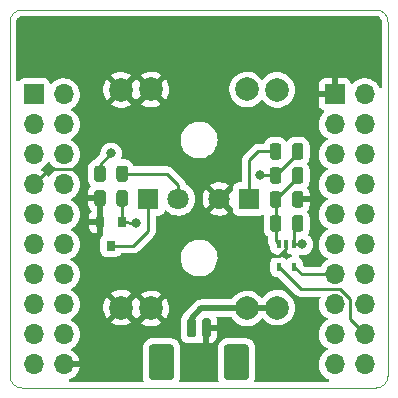
<source format=gbr>
%TF.GenerationSoftware,KiCad,Pcbnew,(5.99.0-3309-g5424d6fa0)*%
%TF.CreationDate,2020-10-07T16:53:37+02:00*%
%TF.ProjectId,ehz-adapter-v2,65687a2d-6164-4617-9074-65722d76322e,rev?*%
%TF.SameCoordinates,Original*%
%TF.FileFunction,Copper,L1,Top*%
%TF.FilePolarity,Positive*%
%FSLAX46Y46*%
G04 Gerber Fmt 4.6, Leading zero omitted, Abs format (unit mm)*
G04 Created by KiCad (PCBNEW (5.99.0-3309-g5424d6fa0)) date 2020-10-07 16:53:37*
%MOMM*%
%LPD*%
G01*
G04 APERTURE LIST*
%TA.AperFunction,Profile*%
%ADD10C,0.100000*%
%TD*%
%TA.AperFunction,ComponentPad*%
%ADD11C,2.000000*%
%TD*%
%TA.AperFunction,SMDPad,CuDef*%
%ADD12R,0.800000X0.900000*%
%TD*%
%TA.AperFunction,SMDPad,CuDef*%
%ADD13R,0.400000X0.650000*%
%TD*%
%TA.AperFunction,ComponentPad*%
%ADD14R,1.700000X1.700000*%
%TD*%
%TA.AperFunction,ComponentPad*%
%ADD15O,1.700000X1.700000*%
%TD*%
%TA.AperFunction,ComponentPad*%
%ADD16R,1.800000X1.800000*%
%TD*%
%TA.AperFunction,ComponentPad*%
%ADD17C,1.800000*%
%TD*%
%TA.AperFunction,ViaPad*%
%ADD18C,0.800000*%
%TD*%
%TA.AperFunction,Conductor*%
%ADD19C,0.250000*%
%TD*%
%TA.AperFunction,Conductor*%
%ADD20C,0.500000*%
%TD*%
G04 APERTURE END LIST*
D10*
X40000000Y-39000000D02*
G75*
G03*
X39000000Y-40000000I0J-1000000D01*
G01*
X40000000Y-39000000D02*
X70000000Y-39000000D01*
X71000000Y-40000000D02*
X71000000Y-70000000D01*
X39000000Y-70000000D02*
X39000000Y-40000000D01*
X71000000Y-40000000D02*
G75*
G03*
X70000000Y-39000000I-1000000J0D01*
G01*
X39000000Y-70000000D02*
G75*
G03*
X40000000Y-71000000I1000000J0D01*
G01*
X70000000Y-71000000D02*
X40000000Y-71000000D01*
X70000000Y-71000000D02*
G75*
G03*
X71000000Y-70000000I0J1000000D01*
G01*
D11*
X48396000Y-64194800D03*
X50936000Y-64271000D03*
X59064000Y-64271000D03*
X61604000Y-64194800D03*
X48396000Y-45754400D03*
X50936000Y-45729000D03*
X59064000Y-45729000D03*
X61604000Y-45754400D03*
D12*
X48502000Y-56952000D03*
X46602000Y-56952000D03*
X47552000Y-58952000D03*
%TA.AperFunction,SMDPad,CuDef*%
G36*
G01*
X53961000Y-66521000D02*
X53961000Y-65321000D01*
G75*
G02*
X54161000Y-65121000I200000J0D01*
G01*
X54561000Y-65121000D01*
G75*
G02*
X54761000Y-65321000I0J-200000D01*
G01*
X54761000Y-66521000D01*
G75*
G02*
X54561000Y-66721000I-200000J0D01*
G01*
X54161000Y-66721000D01*
G75*
G02*
X53961000Y-66521000I0J200000D01*
G01*
G37*
%TD.AperFunction*%
%TA.AperFunction,SMDPad,CuDef*%
G36*
G01*
X55211000Y-66521000D02*
X55211000Y-65321000D01*
G75*
G02*
X55411000Y-65121000I200000J0D01*
G01*
X55811000Y-65121000D01*
G75*
G02*
X56011000Y-65321000I0J-200000D01*
G01*
X56011000Y-66521000D01*
G75*
G02*
X55811000Y-66721000I-200000J0D01*
G01*
X55411000Y-66721000D01*
G75*
G02*
X55211000Y-66521000I0J200000D01*
G01*
G37*
%TD.AperFunction*%
%TA.AperFunction,SMDPad,CuDef*%
G36*
G01*
X57111000Y-70070999D02*
X57111000Y-67571001D01*
G75*
G02*
X57361001Y-67321000I250001J0D01*
G01*
X58960999Y-67321000D01*
G75*
G02*
X59211000Y-67571001I0J-250001D01*
G01*
X59211000Y-70070999D01*
G75*
G02*
X58960999Y-70321000I-250001J0D01*
G01*
X57361001Y-70321000D01*
G75*
G02*
X57111000Y-70070999I0J250001D01*
G01*
G37*
%TD.AperFunction*%
%TA.AperFunction,SMDPad,CuDef*%
G36*
G01*
X50761000Y-70070999D02*
X50761000Y-67571001D01*
G75*
G02*
X51011001Y-67321000I250001J0D01*
G01*
X52610999Y-67321000D01*
G75*
G02*
X52861000Y-67571001I0J-250001D01*
G01*
X52861000Y-70070999D01*
G75*
G02*
X52610999Y-70321000I-250001J0D01*
G01*
X51011001Y-70321000D01*
G75*
G02*
X50761000Y-70070999I0J250001D01*
G01*
G37*
%TD.AperFunction*%
D13*
X63050000Y-58850000D03*
X62400000Y-58850000D03*
X61750000Y-58850000D03*
X61750000Y-60750000D03*
X63050000Y-60750000D03*
%TA.AperFunction,SMDPad,CuDef*%
G36*
G01*
X46127000Y-53328250D02*
X46127000Y-52415750D01*
G75*
G02*
X46370750Y-52172000I243750J0D01*
G01*
X46858250Y-52172000D01*
G75*
G02*
X47102000Y-52415750I0J-243750D01*
G01*
X47102000Y-53328250D01*
G75*
G02*
X46858250Y-53572000I-243750J0D01*
G01*
X46370750Y-53572000D01*
G75*
G02*
X46127000Y-53328250I0J243750D01*
G01*
G37*
%TD.AperFunction*%
%TA.AperFunction,SMDPad,CuDef*%
G36*
G01*
X48002000Y-53328250D02*
X48002000Y-52415750D01*
G75*
G02*
X48245750Y-52172000I243750J0D01*
G01*
X48733250Y-52172000D01*
G75*
G02*
X48977000Y-52415750I0J-243750D01*
G01*
X48977000Y-53328250D01*
G75*
G02*
X48733250Y-53572000I-243750J0D01*
G01*
X48245750Y-53572000D01*
G75*
G02*
X48002000Y-53328250I0J243750D01*
G01*
G37*
%TD.AperFunction*%
%TA.AperFunction,SMDPad,CuDef*%
G36*
G01*
X60990000Y-53459250D02*
X60990000Y-52546750D01*
G75*
G02*
X61233750Y-52303000I243750J0D01*
G01*
X61721250Y-52303000D01*
G75*
G02*
X61965000Y-52546750I0J-243750D01*
G01*
X61965000Y-53459250D01*
G75*
G02*
X61721250Y-53703000I-243750J0D01*
G01*
X61233750Y-53703000D01*
G75*
G02*
X60990000Y-53459250I0J243750D01*
G01*
G37*
%TD.AperFunction*%
%TA.AperFunction,SMDPad,CuDef*%
G36*
G01*
X62865000Y-53459250D02*
X62865000Y-52546750D01*
G75*
G02*
X63108750Y-52303000I243750J0D01*
G01*
X63596250Y-52303000D01*
G75*
G02*
X63840000Y-52546750I0J-243750D01*
G01*
X63840000Y-53459250D01*
G75*
G02*
X63596250Y-53703000I-243750J0D01*
G01*
X63108750Y-53703000D01*
G75*
G02*
X62865000Y-53459250I0J243750D01*
G01*
G37*
%TD.AperFunction*%
%TA.AperFunction,SMDPad,CuDef*%
G36*
G01*
X63840000Y-50514750D02*
X63840000Y-51427250D01*
G75*
G02*
X63596250Y-51671000I-243750J0D01*
G01*
X63108750Y-51671000D01*
G75*
G02*
X62865000Y-51427250I0J243750D01*
G01*
X62865000Y-50514750D01*
G75*
G02*
X63108750Y-50271000I243750J0D01*
G01*
X63596250Y-50271000D01*
G75*
G02*
X63840000Y-50514750I0J-243750D01*
G01*
G37*
%TD.AperFunction*%
%TA.AperFunction,SMDPad,CuDef*%
G36*
G01*
X61965000Y-50514750D02*
X61965000Y-51427250D01*
G75*
G02*
X61721250Y-51671000I-243750J0D01*
G01*
X61233750Y-51671000D01*
G75*
G02*
X60990000Y-51427250I0J243750D01*
G01*
X60990000Y-50514750D01*
G75*
G02*
X61233750Y-50271000I243750J0D01*
G01*
X61721250Y-50271000D01*
G75*
G02*
X61965000Y-50514750I0J-243750D01*
G01*
G37*
%TD.AperFunction*%
D14*
X41000000Y-46140000D03*
D15*
X43540000Y-46140000D03*
X41000000Y-48680000D03*
X43540000Y-48680000D03*
X41000000Y-51220000D03*
X43540000Y-51220000D03*
X41000000Y-53760000D03*
X43540000Y-53760000D03*
X41000000Y-56300000D03*
X43540000Y-56300000D03*
X41000000Y-58840000D03*
X43540000Y-58840000D03*
X41000000Y-61380000D03*
X43540000Y-61380000D03*
X41000000Y-63920000D03*
X43540000Y-63920000D03*
X41000000Y-66460000D03*
X43540000Y-66460000D03*
X41000000Y-69000000D03*
X43540000Y-69000000D03*
%TA.AperFunction,SMDPad,CuDef*%
G36*
G01*
X60990000Y-55491250D02*
X60990000Y-54578750D01*
G75*
G02*
X61233750Y-54335000I243750J0D01*
G01*
X61721250Y-54335000D01*
G75*
G02*
X61965000Y-54578750I0J-243750D01*
G01*
X61965000Y-55491250D01*
G75*
G02*
X61721250Y-55735000I-243750J0D01*
G01*
X61233750Y-55735000D01*
G75*
G02*
X60990000Y-55491250I0J243750D01*
G01*
G37*
%TD.AperFunction*%
%TA.AperFunction,SMDPad,CuDef*%
G36*
G01*
X62865000Y-55491250D02*
X62865000Y-54578750D01*
G75*
G02*
X63108750Y-54335000I243750J0D01*
G01*
X63596250Y-54335000D01*
G75*
G02*
X63840000Y-54578750I0J-243750D01*
G01*
X63840000Y-55491250D01*
G75*
G02*
X63596250Y-55735000I-243750J0D01*
G01*
X63108750Y-55735000D01*
G75*
G02*
X62865000Y-55491250I0J243750D01*
G01*
G37*
%TD.AperFunction*%
%TA.AperFunction,SMDPad,CuDef*%
G36*
G01*
X63840000Y-56610750D02*
X63840000Y-57523250D01*
G75*
G02*
X63596250Y-57767000I-243750J0D01*
G01*
X63108750Y-57767000D01*
G75*
G02*
X62865000Y-57523250I0J243750D01*
G01*
X62865000Y-56610750D01*
G75*
G02*
X63108750Y-56367000I243750J0D01*
G01*
X63596250Y-56367000D01*
G75*
G02*
X63840000Y-56610750I0J-243750D01*
G01*
G37*
%TD.AperFunction*%
%TA.AperFunction,SMDPad,CuDef*%
G36*
G01*
X61965000Y-56610750D02*
X61965000Y-57523250D01*
G75*
G02*
X61721250Y-57767000I-243750J0D01*
G01*
X61233750Y-57767000D01*
G75*
G02*
X60990000Y-57523250I0J243750D01*
G01*
X60990000Y-56610750D01*
G75*
G02*
X61233750Y-56367000I243750J0D01*
G01*
X61721250Y-56367000D01*
G75*
G02*
X61965000Y-56610750I0J-243750D01*
G01*
G37*
%TD.AperFunction*%
D14*
X66500000Y-46140000D03*
D15*
X69040000Y-46140000D03*
X66500000Y-48680000D03*
X69040000Y-48680000D03*
X66500000Y-51220000D03*
X69040000Y-51220000D03*
X66500000Y-53760000D03*
X69040000Y-53760000D03*
X66500000Y-56300000D03*
X69040000Y-56300000D03*
X66500000Y-58840000D03*
X69040000Y-58840000D03*
X66500000Y-61380000D03*
X69040000Y-61380000D03*
X66500000Y-63920000D03*
X69040000Y-63920000D03*
X66500000Y-66460000D03*
X69040000Y-66460000D03*
X66500000Y-69000000D03*
X69040000Y-69000000D03*
%TA.AperFunction,SMDPad,CuDef*%
G36*
G01*
X48977000Y-54495750D02*
X48977000Y-55408250D01*
G75*
G02*
X48733250Y-55652000I-243750J0D01*
G01*
X48245750Y-55652000D01*
G75*
G02*
X48002000Y-55408250I0J243750D01*
G01*
X48002000Y-54495750D01*
G75*
G02*
X48245750Y-54252000I243750J0D01*
G01*
X48733250Y-54252000D01*
G75*
G02*
X48977000Y-54495750I0J-243750D01*
G01*
G37*
%TD.AperFunction*%
%TA.AperFunction,SMDPad,CuDef*%
G36*
G01*
X47102000Y-54495750D02*
X47102000Y-55408250D01*
G75*
G02*
X46858250Y-55652000I-243750J0D01*
G01*
X46370750Y-55652000D01*
G75*
G02*
X46127000Y-55408250I0J243750D01*
G01*
X46127000Y-54495750D01*
G75*
G02*
X46370750Y-54252000I243750J0D01*
G01*
X46858250Y-54252000D01*
G75*
G02*
X47102000Y-54495750I0J-243750D01*
G01*
G37*
%TD.AperFunction*%
D16*
X59265000Y-55000000D03*
D17*
X56725000Y-55000000D03*
D16*
X50700000Y-55000000D03*
D17*
X53240000Y-55000000D03*
D18*
X60600000Y-59800000D03*
X57000000Y-66200000D03*
X57000000Y-65400000D03*
X63750000Y-58850000D03*
X60150000Y-53000000D03*
X47550000Y-51150000D03*
X49650000Y-57000000D03*
D19*
X48489500Y-52872000D02*
X52272000Y-52872000D01*
X53240000Y-53840000D02*
X53240000Y-55000000D01*
X52272000Y-52872000D02*
X53240000Y-53840000D01*
X50700000Y-57700000D02*
X49448000Y-58952000D01*
X47584000Y-58984000D02*
X47552000Y-58952000D01*
X49448000Y-58952000D02*
X47552000Y-58952000D01*
X50700000Y-55000000D02*
X50700000Y-57700000D01*
X62400000Y-59200000D02*
X61800000Y-59800000D01*
X62400000Y-58850000D02*
X62400000Y-59200000D01*
X41000000Y-53760000D02*
X42260000Y-52500000D01*
X42260000Y-52500000D02*
X45250000Y-52500000D01*
X61800000Y-59800000D02*
X60600000Y-59800000D01*
X63050000Y-58850000D02*
X63750000Y-58850000D01*
X63050000Y-57369500D02*
X63352500Y-57067000D01*
X59265000Y-55000000D02*
X59265000Y-51735000D01*
X63050000Y-58850000D02*
X63050000Y-57369500D01*
X60029000Y-50971000D02*
X61477500Y-50971000D01*
X59265000Y-51735000D02*
X60029000Y-50971000D01*
X61477500Y-53003000D02*
X60153000Y-53003000D01*
X60153000Y-53003000D02*
X60150000Y-53000000D01*
X61477500Y-53003000D02*
X63352500Y-51128000D01*
X47550000Y-51150000D02*
X46614500Y-52085500D01*
X66500000Y-61380000D02*
X63680000Y-61380000D01*
X63680000Y-61380000D02*
X63050000Y-60750000D01*
X46614500Y-52085500D02*
X46614500Y-52872000D01*
X46663000Y-52823500D02*
X46614500Y-52872000D01*
X61477500Y-57067000D02*
X61477500Y-55035000D01*
X63352500Y-53160000D02*
X63352500Y-53003000D01*
X61750000Y-58850000D02*
X61477500Y-58577500D01*
X61477500Y-55035000D02*
X63352500Y-53160000D01*
X61477500Y-58577500D02*
X61477500Y-57067000D01*
X49650000Y-57000000D02*
X48487360Y-56966640D01*
X48487360Y-56966640D02*
X48502000Y-56952000D01*
X48489500Y-56939500D02*
X48502000Y-56952000D01*
X48489500Y-54952000D02*
X48489500Y-56939500D01*
X67750000Y-65170000D02*
X67750000Y-63430998D01*
X66969002Y-62650000D02*
X63650000Y-62650000D01*
X67750000Y-63430998D02*
X66969002Y-62650000D01*
X69040000Y-66460000D02*
X67750000Y-65170000D01*
X63650000Y-62650000D02*
X61750000Y-60750000D01*
D20*
X59064000Y-64271000D02*
X61527800Y-64271000D01*
X54361000Y-65116000D02*
X55206000Y-64271000D01*
X55206000Y-64271000D02*
X59064000Y-64271000D01*
X54361000Y-65921000D02*
X54361000Y-65116000D01*
X61527800Y-64271000D02*
X61604000Y-64194800D01*
%TA.AperFunction,Conductor*%
G36*
X70098305Y-39521102D02*
G01*
X70192593Y-39550650D01*
X70279014Y-39598554D01*
X70354036Y-39662855D01*
X70414596Y-39740930D01*
X70458222Y-39829588D01*
X70477005Y-39901695D01*
X70484708Y-39931268D01*
X70491500Y-40019532D01*
X70491500Y-45469032D01*
X70471498Y-45537153D01*
X70417842Y-45583646D01*
X70347568Y-45593750D01*
X70282988Y-45564256D01*
X70250618Y-45520782D01*
X70230952Y-45477125D01*
X70102240Y-45285942D01*
X70102238Y-45285939D01*
X69943151Y-45119173D01*
X69758241Y-44981596D01*
X69552794Y-44877141D01*
X69332684Y-44808796D01*
X69104206Y-44778513D01*
X69104203Y-44778513D01*
X68989049Y-44782836D01*
X68873892Y-44787160D01*
X68648328Y-44834488D01*
X68648326Y-44834489D01*
X68648325Y-44834489D01*
X68433963Y-44919144D01*
X68236925Y-45038709D01*
X68144201Y-45119172D01*
X68062851Y-45189764D01*
X68052849Y-45201962D01*
X67994191Y-45241956D01*
X67923221Y-45243888D01*
X67862472Y-45207144D01*
X67832296Y-45148855D01*
X67816642Y-45076894D01*
X67737699Y-44954055D01*
X67627349Y-44858437D01*
X67494526Y-44797780D01*
X67350003Y-44777000D01*
X66754000Y-44777000D01*
X66754000Y-46394000D01*
X65137000Y-46394000D01*
X65137000Y-46990002D01*
X65183358Y-47203105D01*
X65262301Y-47325945D01*
X65372651Y-47421563D01*
X65521950Y-47489745D01*
X65520389Y-47493164D01*
X65556853Y-47509818D01*
X65595234Y-47569546D01*
X65595231Y-47640543D01*
X65556918Y-47700202D01*
X65522851Y-47729764D01*
X65376716Y-47907988D01*
X65262699Y-48108287D01*
X65223380Y-48216610D01*
X65184060Y-48324933D01*
X65143048Y-48551731D01*
X65141467Y-48716544D01*
X65140837Y-48782196D01*
X65162827Y-48918722D01*
X65177487Y-49009742D01*
X65247209Y-49213962D01*
X65251952Y-49227855D01*
X65362102Y-49430305D01*
X65504789Y-49611302D01*
X65675931Y-49765670D01*
X65812195Y-49851979D01*
X65970864Y-49952480D01*
X65696925Y-50118709D01*
X65642322Y-50166092D01*
X65522851Y-50269764D01*
X65376716Y-50447988D01*
X65262699Y-50648287D01*
X65224697Y-50752981D01*
X65184060Y-50864933D01*
X65143048Y-51091731D01*
X65141114Y-51293289D01*
X65140837Y-51322196D01*
X65151136Y-51386135D01*
X65177487Y-51549742D01*
X65251951Y-51767853D01*
X65251952Y-51767855D01*
X65362102Y-51970305D01*
X65504789Y-52151302D01*
X65675931Y-52305670D01*
X65812195Y-52391979D01*
X65970864Y-52492480D01*
X65696925Y-52658709D01*
X65609888Y-52734237D01*
X65522851Y-52809764D01*
X65376716Y-52987988D01*
X65262699Y-53188287D01*
X65223380Y-53296609D01*
X65184060Y-53404933D01*
X65143048Y-53631731D01*
X65141056Y-53839407D01*
X65140837Y-53862196D01*
X65153647Y-53941726D01*
X65177487Y-54089742D01*
X65247209Y-54293962D01*
X65251952Y-54307855D01*
X65362102Y-54510305D01*
X65504789Y-54691302D01*
X65675931Y-54845670D01*
X65812195Y-54931979D01*
X65970864Y-55032480D01*
X65696925Y-55198709D01*
X65620800Y-55264768D01*
X65522851Y-55349764D01*
X65376716Y-55527988D01*
X65262699Y-55728287D01*
X65224647Y-55833120D01*
X65184060Y-55944933D01*
X65143048Y-56171731D01*
X65141266Y-56357471D01*
X65140837Y-56402196D01*
X65153123Y-56478473D01*
X65177487Y-56629742D01*
X65247209Y-56833962D01*
X65251952Y-56847855D01*
X65362102Y-57050305D01*
X65504789Y-57231302D01*
X65675931Y-57385670D01*
X65812195Y-57471979D01*
X65970864Y-57572480D01*
X65696925Y-57738709D01*
X65609888Y-57814237D01*
X65522851Y-57889764D01*
X65376716Y-58067988D01*
X65262699Y-58268287D01*
X65223380Y-58376609D01*
X65184060Y-58484933D01*
X65143048Y-58711731D01*
X65140837Y-58942193D01*
X65140837Y-58942196D01*
X65160411Y-59063725D01*
X65177487Y-59169742D01*
X65248746Y-59378464D01*
X65251952Y-59387855D01*
X65362102Y-59590305D01*
X65504789Y-59771302D01*
X65675931Y-59925670D01*
X65852173Y-60037301D01*
X65970864Y-60112480D01*
X65696925Y-60278709D01*
X65609888Y-60354237D01*
X65522851Y-60429764D01*
X65376716Y-60607988D01*
X65297870Y-60746500D01*
X63942404Y-60746500D01*
X63763000Y-60567096D01*
X63763000Y-60424997D01*
X63716642Y-60211895D01*
X63716641Y-60211894D01*
X63716641Y-60211892D01*
X63637700Y-60089056D01*
X63527349Y-59993437D01*
X63527348Y-59993436D01*
X63496968Y-59979562D01*
X63443313Y-59933069D01*
X63423311Y-59864949D01*
X63443313Y-59796828D01*
X63496969Y-59750335D01*
X63575509Y-59741703D01*
X63654512Y-59758496D01*
X63845487Y-59758496D01*
X64032287Y-59718790D01*
X64206750Y-59641114D01*
X64206752Y-59641113D01*
X64361253Y-59528862D01*
X64489037Y-59386944D01*
X64584524Y-59221554D01*
X64635805Y-59063726D01*
X64643538Y-59039927D01*
X64663500Y-58850000D01*
X64643538Y-58660073D01*
X64584524Y-58478446D01*
X64561145Y-58437952D01*
X64489037Y-58313056D01*
X64361253Y-58171138D01*
X64168035Y-58030757D01*
X64276975Y-57865123D01*
X64337467Y-57698924D01*
X64353000Y-57566028D01*
X64353000Y-56553606D01*
X64346427Y-56478473D01*
X64320604Y-56392220D01*
X64295701Y-56309036D01*
X64207267Y-56155864D01*
X64131969Y-56076053D01*
X64123265Y-56066827D01*
X64276976Y-55833120D01*
X64337467Y-55666924D01*
X64353000Y-55534028D01*
X64353000Y-55289000D01*
X63098500Y-55289000D01*
X63098500Y-54781000D01*
X64353000Y-54781000D01*
X64353000Y-54521606D01*
X64346427Y-54446473D01*
X64295700Y-54277034D01*
X64207266Y-54123863D01*
X64123265Y-54034827D01*
X64236808Y-53862193D01*
X64276975Y-53801123D01*
X64290475Y-53764031D01*
X64337467Y-53634924D01*
X64353000Y-53502028D01*
X64353000Y-52489606D01*
X64351582Y-52473391D01*
X64346427Y-52414474D01*
X64340917Y-52396067D01*
X64305671Y-52278338D01*
X64295701Y-52245036D01*
X64292839Y-52240078D01*
X64263623Y-52189476D01*
X64207267Y-52091864D01*
X64174475Y-52057107D01*
X64123265Y-52002827D01*
X64212451Y-51867226D01*
X64276975Y-51769123D01*
X64303103Y-51697337D01*
X64337467Y-51602924D01*
X64353000Y-51470028D01*
X64353000Y-50457606D01*
X64348965Y-50411478D01*
X64346427Y-50382474D01*
X64341478Y-50365941D01*
X64324751Y-50310071D01*
X64295701Y-50213036D01*
X64207267Y-50059864D01*
X64174475Y-50025107D01*
X64085893Y-49931215D01*
X63938124Y-49834025D01*
X63771924Y-49773533D01*
X63639028Y-49758000D01*
X63051601Y-49758000D01*
X62988995Y-49763477D01*
X62976473Y-49764573D01*
X62946545Y-49773533D01*
X62807036Y-49815299D01*
X62653864Y-49903733D01*
X62653863Y-49903734D01*
X62525217Y-50025105D01*
X62432487Y-50166092D01*
X62210893Y-49931215D01*
X62063124Y-49834025D01*
X61896924Y-49773533D01*
X61764028Y-49758000D01*
X61176601Y-49758000D01*
X61113995Y-49763477D01*
X61101473Y-49764573D01*
X61071545Y-49773533D01*
X60932036Y-49815299D01*
X60778864Y-49903733D01*
X60778863Y-49903734D01*
X60650215Y-50025107D01*
X60553026Y-50172875D01*
X60553025Y-50172877D01*
X60493107Y-50337500D01*
X60098778Y-50337500D01*
X60089088Y-50335334D01*
X60089087Y-50335334D01*
X60020169Y-50337500D01*
X59989422Y-50337500D01*
X59979237Y-50338787D01*
X59929116Y-50340362D01*
X59900145Y-50348778D01*
X59876301Y-50351791D01*
X59870211Y-50352560D01*
X59823575Y-50371024D01*
X59802491Y-50377150D01*
X59775421Y-50385014D01*
X59749454Y-50400371D01*
X59739785Y-50404199D01*
X59721399Y-50411478D01*
X59680823Y-50440958D01*
X59637661Y-50466485D01*
X59637658Y-50466487D01*
X59637240Y-50466855D01*
X59616143Y-50487952D01*
X59591917Y-50505553D01*
X59560187Y-50543908D01*
X58866389Y-51237707D01*
X58861561Y-51240771D01*
X58858004Y-51243028D01*
X58810793Y-51293303D01*
X58789066Y-51315029D01*
X58789063Y-51315033D01*
X58789062Y-51315034D01*
X58782771Y-51323144D01*
X58748444Y-51359699D01*
X58733911Y-51386135D01*
X58715417Y-51409977D01*
X58709609Y-51423399D01*
X58695499Y-51456004D01*
X58671338Y-51499953D01*
X58669190Y-51508321D01*
X58664513Y-51526539D01*
X58663837Y-51529171D01*
X58651853Y-51556865D01*
X58644007Y-51606401D01*
X58635693Y-51638784D01*
X58634406Y-51643799D01*
X58631536Y-51654976D01*
X58631501Y-51655529D01*
X58631501Y-51685363D01*
X58626816Y-51714945D01*
X58631321Y-51762598D01*
X58631501Y-51764507D01*
X58631500Y-53587000D01*
X58364998Y-53587000D01*
X58151895Y-53633358D01*
X58151894Y-53633359D01*
X58151892Y-53633359D01*
X58029056Y-53712300D01*
X58029055Y-53712301D01*
X57987724Y-53760000D01*
X57933437Y-53822651D01*
X57872780Y-53955471D01*
X57872780Y-53955474D01*
X57852000Y-54099997D01*
X57852000Y-54232211D01*
X57084210Y-55000000D01*
X57852000Y-55767789D01*
X57852000Y-55900002D01*
X57886150Y-56056986D01*
X57898359Y-56113108D01*
X57977300Y-56235944D01*
X58087651Y-56331563D01*
X58220471Y-56392220D01*
X58289835Y-56402193D01*
X58364997Y-56413000D01*
X60165001Y-56413000D01*
X60219045Y-56401243D01*
X60378108Y-56366641D01*
X60378110Y-56366640D01*
X60503727Y-56339313D01*
X60492534Y-56435076D01*
X60492533Y-56435078D01*
X60477000Y-56567972D01*
X60477000Y-57580399D01*
X60483573Y-57655526D01*
X60532566Y-57819173D01*
X60534300Y-57824966D01*
X60559602Y-57868790D01*
X60622733Y-57978136D01*
X60744107Y-58106784D01*
X60764150Y-58119967D01*
X60844000Y-58172487D01*
X60844000Y-58507722D01*
X60841834Y-58517412D01*
X60844000Y-58586326D01*
X60844000Y-58617077D01*
X60845287Y-58627262D01*
X60846862Y-58677383D01*
X60855278Y-58706353D01*
X60856566Y-58716544D01*
X60859060Y-58736288D01*
X60877524Y-58782924D01*
X60891514Y-58831078D01*
X60902705Y-58850000D01*
X60906872Y-58857047D01*
X60917978Y-58885100D01*
X60947460Y-58925679D01*
X60964298Y-58954149D01*
X60972987Y-58968841D01*
X60973355Y-58969259D01*
X60994452Y-58990356D01*
X61037000Y-59048918D01*
X61037000Y-59175002D01*
X61083304Y-59387855D01*
X61083359Y-59388108D01*
X61159535Y-59506641D01*
X61162301Y-59510945D01*
X61235327Y-59574222D01*
X61272651Y-59606563D01*
X61405471Y-59667220D01*
X61478698Y-59677748D01*
X61543276Y-59707240D01*
X61581660Y-59766966D01*
X61581660Y-59837963D01*
X61543277Y-59897689D01*
X61487548Y-59925585D01*
X61336894Y-59958358D01*
X61336893Y-59958359D01*
X61336892Y-59958359D01*
X61214056Y-60037300D01*
X61118437Y-60147651D01*
X61057780Y-60280471D01*
X61047390Y-60352736D01*
X61037000Y-60424997D01*
X61037000Y-61075002D01*
X61075445Y-61251730D01*
X61083359Y-61288108D01*
X61162300Y-61410944D01*
X61272651Y-61506563D01*
X61405471Y-61567220D01*
X61477735Y-61577610D01*
X61549997Y-61588000D01*
X61692096Y-61588000D01*
X63152707Y-63048612D01*
X63158027Y-63056995D01*
X63208290Y-63104195D01*
X63230033Y-63125938D01*
X63238143Y-63132228D01*
X63274699Y-63166557D01*
X63301139Y-63181092D01*
X63313058Y-63190338D01*
X63324976Y-63199583D01*
X63371003Y-63219501D01*
X63414952Y-63243662D01*
X63444172Y-63251164D01*
X63461376Y-63258609D01*
X63471864Y-63263148D01*
X63521403Y-63270995D01*
X63569975Y-63283465D01*
X63570529Y-63283500D01*
X63600368Y-63283500D01*
X63629944Y-63288184D01*
X63679498Y-63283500D01*
X65286216Y-63283500D01*
X65184060Y-63564933D01*
X65143048Y-63791731D01*
X65141502Y-63952900D01*
X65140837Y-64022196D01*
X65146551Y-64057670D01*
X65177487Y-64249742D01*
X65247209Y-64453962D01*
X65251952Y-64467855D01*
X65362102Y-64670305D01*
X65504789Y-64851302D01*
X65675931Y-65005670D01*
X65812195Y-65091979D01*
X65970864Y-65192480D01*
X65696925Y-65358709D01*
X65614742Y-65430025D01*
X65522851Y-65509764D01*
X65376716Y-65687988D01*
X65262699Y-65888287D01*
X65223380Y-65996610D01*
X65184060Y-66104933D01*
X65143048Y-66331731D01*
X65140837Y-66562193D01*
X65140837Y-66562196D01*
X65154284Y-66645680D01*
X65177487Y-66789742D01*
X65247209Y-66993962D01*
X65251952Y-67007855D01*
X65362102Y-67210305D01*
X65504789Y-67391302D01*
X65675931Y-67545670D01*
X65812195Y-67631979D01*
X65970864Y-67732480D01*
X65696925Y-67898709D01*
X65609888Y-67974237D01*
X65522851Y-68049764D01*
X65376716Y-68227988D01*
X65262699Y-68428287D01*
X65223380Y-68536610D01*
X65184060Y-68644933D01*
X65143048Y-68871731D01*
X65140837Y-69102193D01*
X65177487Y-69329742D01*
X65247209Y-69533962D01*
X65251952Y-69547855D01*
X65362102Y-69750305D01*
X65504789Y-69931302D01*
X65675931Y-70085670D01*
X65748259Y-70131482D01*
X65870638Y-70208997D01*
X65967027Y-70249218D01*
X66022192Y-70293910D01*
X66044436Y-70361332D01*
X66026698Y-70430077D01*
X65974610Y-70478319D01*
X65918505Y-70491500D01*
X59619714Y-70491500D01*
X59676099Y-70336578D01*
X59708298Y-70248112D01*
X59724000Y-70113776D01*
X59724000Y-67513852D01*
X59717332Y-67437639D01*
X59666190Y-67266811D01*
X59666189Y-67266809D01*
X59577032Y-67112385D01*
X59454660Y-66982676D01*
X59354670Y-66916913D01*
X59305677Y-66884690D01*
X59221894Y-66854196D01*
X59138113Y-66823702D01*
X59003776Y-66808000D01*
X57303852Y-66808000D01*
X57240341Y-66813557D01*
X57227638Y-66814668D01*
X57154643Y-66836521D01*
X57056811Y-66865810D01*
X57056810Y-66865811D01*
X57056809Y-66865811D01*
X56902385Y-66954968D01*
X56772676Y-67077340D01*
X56716583Y-67162628D01*
X56674690Y-67226323D01*
X56659954Y-67266811D01*
X56613702Y-67393887D01*
X56598000Y-67528224D01*
X56598000Y-70128143D01*
X56604668Y-70204362D01*
X56690631Y-70491500D01*
X53269714Y-70491500D01*
X53326099Y-70336578D01*
X53358298Y-70248112D01*
X53374000Y-70113776D01*
X53374000Y-67513852D01*
X53367332Y-67437639D01*
X53316190Y-67266811D01*
X53316189Y-67266809D01*
X53227032Y-67112385D01*
X53104660Y-66982676D01*
X53004670Y-66916913D01*
X52955677Y-66884690D01*
X52871894Y-66854196D01*
X52788113Y-66823702D01*
X52653776Y-66808000D01*
X50953852Y-66808000D01*
X50890341Y-66813557D01*
X50877638Y-66814668D01*
X50804643Y-66836521D01*
X50706811Y-66865810D01*
X50706810Y-66865811D01*
X50706809Y-66865811D01*
X50552385Y-66954968D01*
X50422676Y-67077340D01*
X50366583Y-67162628D01*
X50324690Y-67226323D01*
X50309954Y-67266811D01*
X50263702Y-67393887D01*
X50248000Y-67528224D01*
X50248000Y-70128143D01*
X50254668Y-70204362D01*
X50340631Y-70491500D01*
X44125423Y-70491500D01*
X44057302Y-70471498D01*
X44010809Y-70417842D01*
X44000705Y-70347568D01*
X44030199Y-70282988D01*
X44070485Y-70252108D01*
X44235868Y-70171981D01*
X44423386Y-70037978D01*
X44585647Y-69874294D01*
X44718009Y-69685612D01*
X44816683Y-69477337D01*
X44878859Y-69255398D01*
X44879004Y-69254000D01*
X43286000Y-69254000D01*
X43286000Y-68746000D01*
X44877194Y-68746000D01*
X44825612Y-68547263D01*
X44730952Y-68337125D01*
X44602240Y-68145942D01*
X44443150Y-67979172D01*
X44258238Y-67841594D01*
X44073789Y-67747805D01*
X44423386Y-67497978D01*
X44423387Y-67497977D01*
X44585646Y-67334296D01*
X44718007Y-67145616D01*
X44750354Y-67077340D01*
X44816683Y-66937337D01*
X44878859Y-66715399D01*
X44902749Y-66486167D01*
X44903000Y-66460003D01*
X44883514Y-66230349D01*
X44825611Y-66007261D01*
X44730952Y-65797125D01*
X44602240Y-65605942D01*
X44602239Y-65605941D01*
X44602238Y-65605939D01*
X44443151Y-65439173D01*
X44424879Y-65425578D01*
X47524431Y-65425578D01*
X47621278Y-65494405D01*
X47839032Y-65601553D01*
X48071105Y-65672505D01*
X48311543Y-65705441D01*
X48554148Y-65699513D01*
X48792693Y-65654870D01*
X49021027Y-65572664D01*
X49148909Y-65501778D01*
X50064431Y-65501778D01*
X50161278Y-65570605D01*
X50379032Y-65677753D01*
X50611105Y-65748705D01*
X50851543Y-65781641D01*
X51094148Y-65775713D01*
X51332693Y-65731070D01*
X51561027Y-65648864D01*
X51773281Y-65531210D01*
X51808941Y-65503150D01*
X51584014Y-65278223D01*
X53448000Y-65278223D01*
X53448000Y-66578145D01*
X53453908Y-66645680D01*
X53466154Y-66686583D01*
X53497038Y-66789740D01*
X53501722Y-66805387D01*
X53585074Y-66949758D01*
X53699479Y-67071022D01*
X53787002Y-67128585D01*
X53838762Y-67162628D01*
X53887255Y-67180278D01*
X53995417Y-67219646D01*
X54118223Y-67234000D01*
X54618150Y-67234000D01*
X54674424Y-67229077D01*
X54685680Y-67228092D01*
X54753924Y-67207661D01*
X54845385Y-67180279D01*
X54875958Y-67162628D01*
X54989282Y-67097200D01*
X55088764Y-67162629D01*
X55245417Y-67219645D01*
X55357000Y-67232688D01*
X55357000Y-66175000D01*
X55865000Y-66175000D01*
X55865000Y-67234000D01*
X55868145Y-67234000D01*
X55935680Y-67228092D01*
X56095387Y-67180278D01*
X56239758Y-67096926D01*
X56361022Y-66982521D01*
X56452628Y-66843237D01*
X56509646Y-66686583D01*
X56524000Y-66563777D01*
X56524000Y-66175000D01*
X55865000Y-66175000D01*
X55357000Y-66175000D01*
X55357000Y-65667000D01*
X56524000Y-65667000D01*
X56524000Y-65263855D01*
X56518092Y-65196318D01*
X56468152Y-65029500D01*
X57750241Y-65029500D01*
X57775335Y-65063787D01*
X57775337Y-65063791D01*
X57795968Y-65091979D01*
X57918666Y-65259626D01*
X58091461Y-65430025D01*
X58289274Y-65570603D01*
X58289277Y-65570604D01*
X58289279Y-65570606D01*
X58507028Y-65677752D01*
X58739105Y-65748705D01*
X58979542Y-65781641D01*
X58979543Y-65781641D01*
X59222148Y-65775713D01*
X59460693Y-65731070D01*
X59689027Y-65648864D01*
X59901281Y-65531210D01*
X59998114Y-65455010D01*
X60091996Y-65381133D01*
X60256257Y-65202499D01*
X60256260Y-65202496D01*
X60343634Y-65069987D01*
X60458665Y-65183424D01*
X60458666Y-65183425D01*
X60471740Y-65196318D01*
X60631462Y-65353826D01*
X60829274Y-65494403D01*
X60829277Y-65494404D01*
X60829279Y-65494406D01*
X61047028Y-65601552D01*
X61279105Y-65672505D01*
X61519542Y-65705441D01*
X61519543Y-65705441D01*
X61762148Y-65699513D01*
X62000693Y-65654870D01*
X62229027Y-65572664D01*
X62342500Y-65509765D01*
X62441281Y-65455010D01*
X62563658Y-65358709D01*
X62631996Y-65304933D01*
X62796259Y-65126297D01*
X62835688Y-65066501D01*
X62879609Y-64999891D01*
X62929851Y-64923695D01*
X63029333Y-64702339D01*
X63092145Y-64467924D01*
X63116668Y-64226485D01*
X63117000Y-64194799D01*
X63097537Y-63952901D01*
X63039650Y-63717225D01*
X62944824Y-63493828D01*
X62815508Y-63288478D01*
X62655018Y-63106438D01*
X62467494Y-62952404D01*
X62467493Y-62952403D01*
X62467490Y-62952401D01*
X62257746Y-62830327D01*
X62257742Y-62830325D01*
X62031184Y-62743358D01*
X61874452Y-62710615D01*
X61793629Y-62693730D01*
X61712818Y-62690061D01*
X61551199Y-62682722D01*
X61551197Y-62682722D01*
X61310123Y-62710615D01*
X61076610Y-62776692D01*
X60856666Y-62879254D01*
X60655948Y-63015662D01*
X60479622Y-63182405D01*
X60333327Y-63373752D01*
X60310188Y-63404016D01*
X60275509Y-63364680D01*
X60275507Y-63364677D01*
X60181995Y-63258609D01*
X60115018Y-63182638D01*
X59927494Y-63028604D01*
X59927493Y-63028603D01*
X59927490Y-63028601D01*
X59717746Y-62906527D01*
X59717742Y-62906525D01*
X59491184Y-62819558D01*
X59286001Y-62776693D01*
X59253629Y-62769930D01*
X59172818Y-62766261D01*
X59011199Y-62758922D01*
X59011197Y-62758922D01*
X58770123Y-62786815D01*
X58536610Y-62852892D01*
X58316666Y-62955454D01*
X58115948Y-63091862D01*
X57955424Y-63243662D01*
X57939618Y-63258609D01*
X57792226Y-63451389D01*
X57792223Y-63451395D01*
X57759459Y-63512500D01*
X55262456Y-63512500D01*
X55232645Y-63507965D01*
X55176890Y-63512500D01*
X55163112Y-63512500D01*
X55147220Y-63514353D01*
X55131326Y-63516206D01*
X55106349Y-63518238D01*
X55056390Y-63522301D01*
X55043655Y-63526426D01*
X55030360Y-63527977D01*
X55030357Y-63527978D01*
X54959684Y-63553630D01*
X54888165Y-63576800D01*
X54876724Y-63583742D01*
X54864138Y-63588311D01*
X54829352Y-63611118D01*
X54801248Y-63629544D01*
X54736993Y-63668535D01*
X54736992Y-63668536D01*
X54723210Y-63680708D01*
X54716253Y-63685269D01*
X54665968Y-63738351D01*
X53864582Y-64539738D01*
X53840293Y-64557612D01*
X53804072Y-64600248D01*
X53794338Y-64609981D01*
X53794335Y-64609985D01*
X53774483Y-64635078D01*
X53725804Y-64692376D01*
X53719715Y-64704301D01*
X53714875Y-64710419D01*
X53711404Y-64714805D01*
X53687041Y-64766935D01*
X53679574Y-64782911D01*
X53667897Y-64805780D01*
X53619646Y-64851302D01*
X53610978Y-64859480D01*
X53568745Y-64923693D01*
X53519372Y-64998762D01*
X53501822Y-65046980D01*
X53462354Y-65155417D01*
X53448000Y-65278223D01*
X51584014Y-65278223D01*
X50936000Y-64630209D01*
X50064431Y-65501778D01*
X49148909Y-65501778D01*
X49233281Y-65455010D01*
X49268941Y-65426950D01*
X48396000Y-64554009D01*
X47524431Y-65425578D01*
X44424879Y-65425578D01*
X44365143Y-65381133D01*
X44258238Y-65301594D01*
X44073789Y-65207805D01*
X44423386Y-64957978D01*
X44529135Y-64851302D01*
X44585646Y-64794296D01*
X44718007Y-64605616D01*
X44747140Y-64544124D01*
X44816683Y-64397337D01*
X44843855Y-64300344D01*
X46886686Y-64300344D01*
X46922975Y-64540294D01*
X46997161Y-64771357D01*
X47107339Y-64987594D01*
X47165090Y-65066501D01*
X48036791Y-64194800D01*
X48755209Y-64194800D01*
X49704100Y-65143691D01*
X50576791Y-64271000D01*
X51295209Y-64271000D01*
X52167378Y-65143169D01*
X52261852Y-64999891D01*
X52361333Y-64778539D01*
X52424145Y-64544124D01*
X52448668Y-64302685D01*
X52449000Y-64270999D01*
X52429537Y-64029101D01*
X52371650Y-63793425D01*
X52276826Y-63570033D01*
X52168383Y-63397826D01*
X51295209Y-64271000D01*
X50576791Y-64271000D01*
X49630028Y-63324239D01*
X49628383Y-63321626D01*
X48755209Y-64194800D01*
X48036791Y-64194800D01*
X47164502Y-63322511D01*
X47124222Y-63375194D01*
X47009542Y-63589072D01*
X46930533Y-63818532D01*
X46889227Y-64057670D01*
X46886686Y-64300344D01*
X44843855Y-64300344D01*
X44878859Y-64175399D01*
X44902749Y-63946167D01*
X44903000Y-63920003D01*
X44883514Y-63690349D01*
X44840968Y-63526427D01*
X44825612Y-63467264D01*
X44821340Y-63457779D01*
X44730952Y-63257125D01*
X44602240Y-63065942D01*
X44602239Y-63065941D01*
X44602238Y-63065939D01*
X44504823Y-62963821D01*
X47524230Y-62963821D01*
X48396000Y-63835591D01*
X49191570Y-63040021D01*
X50064230Y-63040021D01*
X50936000Y-63911791D01*
X51810305Y-63037486D01*
X51799493Y-63028603D01*
X51589742Y-62906525D01*
X51363184Y-62819558D01*
X51125628Y-62769930D01*
X50883199Y-62758922D01*
X50642126Y-62786815D01*
X50408609Y-62852893D01*
X50188667Y-62955454D01*
X50064230Y-63040021D01*
X49191570Y-63040021D01*
X49270305Y-62961286D01*
X49259493Y-62952403D01*
X49049742Y-62830325D01*
X48823184Y-62743358D01*
X48585628Y-62693730D01*
X48343199Y-62682722D01*
X48102126Y-62710615D01*
X47868609Y-62776693D01*
X47648667Y-62879254D01*
X47524230Y-62963821D01*
X44504823Y-62963821D01*
X44443151Y-62899173D01*
X44416381Y-62879255D01*
X44335004Y-62818709D01*
X44258241Y-62761596D01*
X44258240Y-62761595D01*
X44258238Y-62761594D01*
X44073789Y-62667805D01*
X44423386Y-62417978D01*
X44541109Y-62299223D01*
X44585646Y-62254296D01*
X44718007Y-62065616D01*
X44726075Y-62048586D01*
X44816683Y-61857337D01*
X44878859Y-61635399D01*
X44902749Y-61406167D01*
X44903000Y-61380003D01*
X44899823Y-61342554D01*
X44883514Y-61150349D01*
X44825612Y-60927264D01*
X44821340Y-60917779D01*
X44730952Y-60717125D01*
X44602240Y-60525942D01*
X44602239Y-60525941D01*
X44602238Y-60525939D01*
X44443151Y-60359173D01*
X44258241Y-60221596D01*
X44258240Y-60221595D01*
X44258238Y-60221594D01*
X44073789Y-60127805D01*
X44100061Y-60109030D01*
X53440807Y-60109030D01*
X53478296Y-60356911D01*
X53532566Y-60525941D01*
X53554935Y-60595613D01*
X53661245Y-60804257D01*
X53668753Y-60818993D01*
X53816817Y-61021297D01*
X53944106Y-61146820D01*
X53995323Y-61197327D01*
X54199677Y-61342554D01*
X54424621Y-61453241D01*
X54576523Y-61499682D01*
X54664368Y-61526539D01*
X54788560Y-61543551D01*
X54912751Y-61560563D01*
X54912752Y-61560563D01*
X55163374Y-61554439D01*
X55409803Y-61508321D01*
X55645682Y-61423399D01*
X55864951Y-61301856D01*
X55928650Y-61251730D01*
X56061968Y-61146820D01*
X56231660Y-60962281D01*
X56369666Y-60752983D01*
X56472436Y-60524311D01*
X56537323Y-60282150D01*
X56562657Y-60032732D01*
X56563000Y-60000000D01*
X56544599Y-59771302D01*
X56542894Y-59750106D01*
X56509735Y-59615108D01*
X56483094Y-59506643D01*
X56385136Y-59275866D01*
X56271490Y-59095401D01*
X56251543Y-59063726D01*
X56129838Y-58925679D01*
X56085754Y-58875675D01*
X56085751Y-58875672D01*
X55892025Y-58716544D01*
X55675350Y-58590436D01*
X55441300Y-58500592D01*
X55441299Y-58500592D01*
X55441297Y-58500591D01*
X55195897Y-58449325D01*
X54945454Y-58437952D01*
X54945452Y-58437952D01*
X54862439Y-58447557D01*
X54696408Y-58466767D01*
X54455187Y-58535026D01*
X54455184Y-58535027D01*
X54455182Y-58535028D01*
X54227969Y-58640979D01*
X54020618Y-58781895D01*
X53838465Y-58954149D01*
X53754687Y-59063726D01*
X53686192Y-59153313D01*
X53567724Y-59374254D01*
X53486105Y-59611297D01*
X53443433Y-59858339D01*
X53440807Y-60109030D01*
X44100061Y-60109030D01*
X44423386Y-59877978D01*
X44467415Y-59833563D01*
X44585646Y-59714296D01*
X44718007Y-59525616D01*
X44750923Y-59456139D01*
X44816683Y-59317337D01*
X44878859Y-59095399D01*
X44902749Y-58866167D01*
X44903000Y-58840003D01*
X44898157Y-58782919D01*
X44883514Y-58610349D01*
X44825612Y-58387264D01*
X44821340Y-58377779D01*
X44730952Y-58177125D01*
X44635930Y-58035983D01*
X44602238Y-57985939D01*
X44443151Y-57819173D01*
X44420460Y-57802290D01*
X44309933Y-57720056D01*
X44258241Y-57681596D01*
X44258240Y-57681595D01*
X44258238Y-57681594D01*
X44073789Y-57587805D01*
X44333793Y-57402002D01*
X45689000Y-57402002D01*
X45735358Y-57615105D01*
X45814301Y-57737945D01*
X45924651Y-57833563D01*
X46057474Y-57894220D01*
X46201997Y-57915000D01*
X46348000Y-57915000D01*
X46348001Y-57206000D01*
X45689000Y-57205999D01*
X45689000Y-57402002D01*
X44333793Y-57402002D01*
X44423386Y-57337978D01*
X44554218Y-57205999D01*
X44585646Y-57174296D01*
X44718007Y-56985616D01*
X44750108Y-56917859D01*
X44816683Y-56777337D01*
X44878859Y-56555399D01*
X44902749Y-56326167D01*
X44903000Y-56300003D01*
X44896607Y-56224651D01*
X44883514Y-56070349D01*
X44825612Y-55847264D01*
X44824414Y-55844603D01*
X44730952Y-55637125D01*
X44615336Y-55465394D01*
X45614000Y-55465394D01*
X45620573Y-55540527D01*
X45671300Y-55709966D01*
X45759732Y-55863134D01*
X45928598Y-56042121D01*
X45770438Y-56224651D01*
X45709780Y-56357474D01*
X45689000Y-56501997D01*
X45689000Y-56698000D01*
X46348000Y-56698001D01*
X46348001Y-55954000D01*
X46360500Y-55954000D01*
X46360501Y-55206000D01*
X45614000Y-55205999D01*
X45614000Y-55465394D01*
X44615336Y-55465394D01*
X44602240Y-55445942D01*
X44602239Y-55445941D01*
X44602238Y-55445939D01*
X44443151Y-55279173D01*
X44258241Y-55141596D01*
X44258240Y-55141595D01*
X44258238Y-55141594D01*
X44073789Y-55047805D01*
X44423386Y-54797978D01*
X44423387Y-54797977D01*
X44585646Y-54634296D01*
X44718007Y-54445616D01*
X44736152Y-54407316D01*
X44816683Y-54237337D01*
X44878859Y-54015399D01*
X44902749Y-53786167D01*
X44903000Y-53760003D01*
X44901189Y-53738652D01*
X44883514Y-53530349D01*
X44825612Y-53307264D01*
X44821340Y-53297779D01*
X44730952Y-53097125D01*
X44602240Y-52905942D01*
X44602239Y-52905941D01*
X44602238Y-52905939D01*
X44443151Y-52739173D01*
X44258241Y-52601596D01*
X44258240Y-52601595D01*
X44258238Y-52601594D01*
X44073789Y-52507805D01*
X44262468Y-52372972D01*
X45614000Y-52372972D01*
X45614000Y-53385399D01*
X45617653Y-53427147D01*
X45620573Y-53460527D01*
X45671300Y-53629966D01*
X45674163Y-53634924D01*
X45746376Y-53760000D01*
X45759734Y-53783137D01*
X45883973Y-53914823D01*
X45787214Y-54006108D01*
X45690025Y-54153876D01*
X45629533Y-54320076D01*
X45614000Y-54452972D01*
X45614000Y-54698000D01*
X46360501Y-54698001D01*
X46360501Y-54698000D01*
X46868500Y-54698001D01*
X46868499Y-56200000D01*
X46856000Y-56200000D01*
X46855999Y-56698001D01*
X46856000Y-56698001D01*
X46855999Y-58068202D01*
X46811141Y-58119972D01*
X46720437Y-58224651D01*
X46659780Y-58357471D01*
X46649390Y-58429735D01*
X46639000Y-58501997D01*
X46639000Y-59402002D01*
X46678638Y-59584213D01*
X46685359Y-59615108D01*
X46764300Y-59737944D01*
X46874651Y-59833563D01*
X47007471Y-59894220D01*
X47079736Y-59904610D01*
X47151997Y-59915000D01*
X47952002Y-59915000D01*
X48165105Y-59868642D01*
X48165106Y-59868641D01*
X48165108Y-59868641D01*
X48287944Y-59789700D01*
X48332791Y-59737944D01*
X48383564Y-59679348D01*
X48426423Y-59585500D01*
X49378222Y-59585500D01*
X49387912Y-59587666D01*
X49387913Y-59587666D01*
X49456831Y-59585500D01*
X49487578Y-59585500D01*
X49497763Y-59584213D01*
X49535353Y-59583032D01*
X49547884Y-59582638D01*
X49576852Y-59574222D01*
X49606788Y-59570440D01*
X49653423Y-59551976D01*
X49701578Y-59537986D01*
X49727543Y-59522631D01*
X49755600Y-59511522D01*
X49755601Y-59511522D01*
X49755602Y-59511521D01*
X49796181Y-59482039D01*
X49839338Y-59456515D01*
X49839339Y-59456514D01*
X49839341Y-59456513D01*
X49839759Y-59456145D01*
X49860855Y-59435049D01*
X49885083Y-59417446D01*
X49909354Y-59388108D01*
X49916813Y-59379091D01*
X51098609Y-58197295D01*
X51106995Y-58191973D01*
X51125294Y-58172487D01*
X51154224Y-58141680D01*
X51175933Y-58119972D01*
X51175937Y-58119967D01*
X51182223Y-58111863D01*
X51216557Y-58075301D01*
X51220460Y-58068202D01*
X51231095Y-58048857D01*
X51249581Y-58025025D01*
X51249582Y-58025024D01*
X51269498Y-57979003D01*
X51282783Y-57954838D01*
X51293663Y-57935047D01*
X51301165Y-57905827D01*
X51313147Y-57878137D01*
X51319593Y-57837438D01*
X51320992Y-57828604D01*
X51333465Y-57780025D01*
X51333500Y-57779469D01*
X51333500Y-57749630D01*
X51338184Y-57720056D01*
X51333500Y-57670502D01*
X51333500Y-56413000D01*
X51600002Y-56413000D01*
X51813105Y-56366642D01*
X51813106Y-56366641D01*
X51813108Y-56366641D01*
X51935944Y-56287700D01*
X51967187Y-56251644D01*
X52031563Y-56177349D01*
X52057248Y-56121107D01*
X52092220Y-56044529D01*
X52092220Y-56044528D01*
X52151653Y-55914388D01*
X52208280Y-55965464D01*
X52208281Y-55965466D01*
X52385701Y-56125497D01*
X52587549Y-56253346D01*
X52745240Y-56319148D01*
X52808055Y-56345360D01*
X53040907Y-56398903D01*
X53279453Y-56412449D01*
X53279454Y-56412449D01*
X53516868Y-56385610D01*
X53516871Y-56385609D01*
X53516872Y-56385609D01*
X53746374Y-56319149D01*
X53746375Y-56319149D01*
X53746377Y-56319148D01*
X53961395Y-56214973D01*
X54038845Y-56159626D01*
X55924584Y-56159626D01*
X56072548Y-56253345D01*
X56293055Y-56345360D01*
X56525907Y-56398903D01*
X56764454Y-56412449D01*
X57001868Y-56385610D01*
X57231377Y-56319148D01*
X57446399Y-56214971D01*
X57524762Y-56158971D01*
X56725000Y-55359209D01*
X55924584Y-56159626D01*
X54038845Y-56159626D01*
X54155795Y-56076053D01*
X54324003Y-55906369D01*
X54349844Y-55869533D01*
X54461220Y-55710767D01*
X54461221Y-55710765D01*
X54563518Y-55494845D01*
X54627973Y-55264768D01*
X54644525Y-55105942D01*
X55315977Y-55105942D01*
X55353972Y-55341838D01*
X55431169Y-55567952D01*
X55545358Y-55777826D01*
X55564140Y-55801651D01*
X56365791Y-55000000D01*
X55562739Y-54196948D01*
X55560512Y-54199665D01*
X55442309Y-54407316D01*
X55360786Y-54631909D01*
X55318270Y-54867026D01*
X55315977Y-55105942D01*
X54644525Y-55105942D01*
X54652740Y-55027126D01*
X54653000Y-55000000D01*
X54632799Y-54761923D01*
X54572774Y-54530657D01*
X54537780Y-54452972D01*
X54474640Y-54312808D01*
X54471306Y-54307855D01*
X54341207Y-54114612D01*
X54341205Y-54114609D01*
X54176282Y-53941726D01*
X54176280Y-53941724D01*
X54069386Y-53862193D01*
X54038761Y-53839407D01*
X55923616Y-53839407D01*
X56725000Y-54640791D01*
X57525265Y-53840526D01*
X57469592Y-53799104D01*
X57256600Y-53690813D01*
X57028426Y-53619963D01*
X56791558Y-53588569D01*
X56552802Y-53597532D01*
X56318957Y-53646598D01*
X56096732Y-53734358D01*
X55923616Y-53839407D01*
X54038761Y-53839407D01*
X53984589Y-53799102D01*
X53870673Y-53741184D01*
X53870639Y-53740117D01*
X53862221Y-53711143D01*
X53858440Y-53681212D01*
X53839978Y-53634582D01*
X53825986Y-53586421D01*
X53810630Y-53560455D01*
X53799522Y-53532400D01*
X53770039Y-53491820D01*
X53744513Y-53448659D01*
X53744145Y-53448241D01*
X53723049Y-53427145D01*
X53705446Y-53402917D01*
X53705445Y-53402916D01*
X53667087Y-53371183D01*
X52769295Y-52473391D01*
X52763973Y-52465005D01*
X52713680Y-52417776D01*
X52691972Y-52396067D01*
X52691966Y-52396062D01*
X52683862Y-52389776D01*
X52647301Y-52355443D01*
X52642513Y-52352811D01*
X52620859Y-52340906D01*
X52597024Y-52322418D01*
X52597025Y-52322418D01*
X52597023Y-52322417D01*
X52551005Y-52302503D01*
X52507046Y-52278337D01*
X52477820Y-52270833D01*
X52450136Y-52258853D01*
X52400603Y-52251008D01*
X52352025Y-52238535D01*
X52351471Y-52238500D01*
X52321630Y-52238500D01*
X52292055Y-52233816D01*
X52242502Y-52238500D01*
X49469964Y-52238500D01*
X49437843Y-52131211D01*
X49432701Y-52114036D01*
X49344267Y-51960864D01*
X49276076Y-51888586D01*
X49222893Y-51832215D01*
X49075124Y-51735025D01*
X48908924Y-51674533D01*
X48776028Y-51659000D01*
X48339865Y-51659000D01*
X48384524Y-51521554D01*
X48443538Y-51339927D01*
X48463500Y-51150000D01*
X48443538Y-50960073D01*
X48384524Y-50778446D01*
X48357930Y-50732384D01*
X48289037Y-50613056D01*
X48161253Y-50471138D01*
X48006752Y-50358887D01*
X48002314Y-50356911D01*
X47832287Y-50281210D01*
X47645487Y-50241504D01*
X47454513Y-50241504D01*
X47267713Y-50281210D01*
X47097686Y-50356911D01*
X47093248Y-50358887D01*
X46938747Y-50471138D01*
X46810963Y-50613056D01*
X46742070Y-50732384D01*
X46715476Y-50778446D01*
X46656462Y-50960073D01*
X46636500Y-51150000D01*
X46636500Y-51150003D01*
X46634434Y-51169662D01*
X46215891Y-51588205D01*
X46207505Y-51593527D01*
X46160297Y-51643799D01*
X46138562Y-51665534D01*
X46132273Y-51673642D01*
X46126860Y-51679407D01*
X46101278Y-51706646D01*
X46077097Y-51713886D01*
X46069036Y-51716299D01*
X45915864Y-51804733D01*
X45915863Y-51804734D01*
X45787215Y-51926107D01*
X45690025Y-52073876D01*
X45629533Y-52240076D01*
X45621866Y-52305670D01*
X45614000Y-52372972D01*
X44262468Y-52372972D01*
X44423386Y-52257978D01*
X44430295Y-52251008D01*
X44585646Y-52094296D01*
X44718007Y-51905616D01*
X44731844Y-51876409D01*
X44816683Y-51697337D01*
X44878859Y-51475399D01*
X44902749Y-51246167D01*
X44903000Y-51220003D01*
X44896791Y-51146820D01*
X44883514Y-50990349D01*
X44825612Y-50767264D01*
X44821340Y-50757779D01*
X44730952Y-50557125D01*
X44602240Y-50365942D01*
X44602239Y-50365941D01*
X44602238Y-50365939D01*
X44443151Y-50199173D01*
X44321994Y-50109029D01*
X53440807Y-50109029D01*
X53478296Y-50356912D01*
X53510624Y-50457601D01*
X53539980Y-50549033D01*
X53554935Y-50595613D01*
X53642396Y-50767264D01*
X53668753Y-50818993D01*
X53816817Y-51021297D01*
X53963476Y-51165922D01*
X53995323Y-51197327D01*
X54199677Y-51342554D01*
X54424621Y-51453241D01*
X54576523Y-51499682D01*
X54664368Y-51526539D01*
X54788560Y-51543551D01*
X54912751Y-51560563D01*
X54912752Y-51560563D01*
X55163374Y-51554439D01*
X55409803Y-51508321D01*
X55645682Y-51423399D01*
X55712908Y-51386135D01*
X55864951Y-51301856D01*
X55939708Y-51243028D01*
X56061968Y-51146820D01*
X56231660Y-50962281D01*
X56369666Y-50752983D01*
X56377668Y-50735179D01*
X56472436Y-50524311D01*
X56487930Y-50466485D01*
X56537323Y-50282150D01*
X56562657Y-50032732D01*
X56563000Y-50000000D01*
X56551602Y-49858339D01*
X56542894Y-49750106D01*
X56523423Y-49670835D01*
X56483094Y-49506643D01*
X56385136Y-49275866D01*
X56251542Y-49063725D01*
X56085754Y-48875675D01*
X56085751Y-48875672D01*
X55892025Y-48716544D01*
X55675350Y-48590436D01*
X55441300Y-48500592D01*
X55441299Y-48500592D01*
X55441297Y-48500591D01*
X55195897Y-48449325D01*
X54945454Y-48437952D01*
X54945452Y-48437952D01*
X54862439Y-48447557D01*
X54696408Y-48466767D01*
X54455187Y-48535026D01*
X54455184Y-48535027D01*
X54455182Y-48535028D01*
X54227969Y-48640979D01*
X54020618Y-48781895D01*
X54020616Y-48781897D01*
X53858293Y-48935399D01*
X53838465Y-48954149D01*
X53686194Y-49153310D01*
X53686192Y-49153313D01*
X53567724Y-49374254D01*
X53486105Y-49611297D01*
X53443433Y-49858339D01*
X53442465Y-49950711D01*
X53440807Y-50109029D01*
X44321994Y-50109029D01*
X44258241Y-50061596D01*
X44258240Y-50061595D01*
X44258238Y-50061594D01*
X44073789Y-49967805D01*
X44423386Y-49717978D01*
X44529140Y-49611297D01*
X44585646Y-49554296D01*
X44718007Y-49365616D01*
X44726075Y-49348586D01*
X44816683Y-49157337D01*
X44878859Y-48935399D01*
X44902749Y-48706167D01*
X44903000Y-48680003D01*
X44883514Y-48450349D01*
X44825611Y-48227261D01*
X44730952Y-48017125D01*
X44602240Y-47825942D01*
X44602238Y-47825939D01*
X44443151Y-47659173D01*
X44418112Y-47640543D01*
X44258238Y-47521594D01*
X44073789Y-47427805D01*
X44423386Y-47177978D01*
X44465245Y-47135752D01*
X44585646Y-47014296D01*
X44606072Y-46985178D01*
X47524431Y-46985178D01*
X47621278Y-47054005D01*
X47839032Y-47161153D01*
X48071105Y-47232105D01*
X48311543Y-47265041D01*
X48554148Y-47259113D01*
X48792693Y-47214470D01*
X49021027Y-47132264D01*
X49233281Y-47014610D01*
X49268941Y-46986550D01*
X49242169Y-46959778D01*
X50064431Y-46959778D01*
X50161278Y-47028605D01*
X50379032Y-47135753D01*
X50611105Y-47206705D01*
X50851543Y-47239641D01*
X51094148Y-47233713D01*
X51332693Y-47189070D01*
X51561027Y-47106864D01*
X51773281Y-46989210D01*
X51808941Y-46961150D01*
X50936000Y-46088209D01*
X50064431Y-46959778D01*
X49242169Y-46959778D01*
X48396000Y-46113609D01*
X47524431Y-46985178D01*
X44606072Y-46985178D01*
X44718007Y-46825616D01*
X44750108Y-46757859D01*
X44816683Y-46617337D01*
X44878859Y-46395399D01*
X44902749Y-46166167D01*
X44903000Y-46140003D01*
X44900761Y-46113609D01*
X44883514Y-45910349D01*
X44870432Y-45859944D01*
X46886686Y-45859944D01*
X46922975Y-46099894D01*
X46997161Y-46330957D01*
X47107339Y-46547194D01*
X47165090Y-46626101D01*
X48036791Y-45754400D01*
X48755209Y-45754400D01*
X49627379Y-46626570D01*
X49673184Y-46557103D01*
X49705092Y-46600699D01*
X50576791Y-45729000D01*
X51295209Y-45729000D01*
X52167378Y-46601169D01*
X52261852Y-46457891D01*
X52361333Y-46236539D01*
X52424145Y-46002124D01*
X52441166Y-45834544D01*
X57554686Y-45834544D01*
X57578879Y-45994511D01*
X57590975Y-46074495D01*
X57665162Y-46305559D01*
X57775337Y-46521791D01*
X57813920Y-46574508D01*
X57918666Y-46717626D01*
X58091461Y-46888025D01*
X58289274Y-47028603D01*
X58289277Y-47028604D01*
X58289279Y-47028606D01*
X58507028Y-47135752D01*
X58739105Y-47206705D01*
X58979542Y-47239641D01*
X58979543Y-47239641D01*
X59222148Y-47233713D01*
X59460693Y-47189070D01*
X59689027Y-47106864D01*
X59746331Y-47075100D01*
X59901281Y-46989210D01*
X59997587Y-46913425D01*
X60091996Y-46839133D01*
X60335330Y-46574508D01*
X60458666Y-46743026D01*
X60631461Y-46913425D01*
X60829274Y-47054003D01*
X60829277Y-47054004D01*
X60829279Y-47054006D01*
X61047028Y-47161152D01*
X61279105Y-47232105D01*
X61519542Y-47265041D01*
X61519543Y-47265041D01*
X61762148Y-47259113D01*
X62000693Y-47214470D01*
X62229027Y-47132264D01*
X62312257Y-47086129D01*
X62441281Y-47014610D01*
X62510960Y-46959778D01*
X62631996Y-46864533D01*
X62796259Y-46685897D01*
X62835688Y-46626101D01*
X62929852Y-46483293D01*
X63029333Y-46261938D01*
X63054995Y-46166167D01*
X63092145Y-46027524D01*
X63116668Y-45786085D01*
X63117000Y-45754399D01*
X63101701Y-45564256D01*
X63097537Y-45512500D01*
X63062484Y-45369791D01*
X63042886Y-45289997D01*
X65137000Y-45289997D01*
X65137000Y-45886000D01*
X66246000Y-45886000D01*
X66246000Y-44777000D01*
X65649998Y-44777000D01*
X65436895Y-44823358D01*
X65314055Y-44902301D01*
X65218437Y-45012651D01*
X65157780Y-45145474D01*
X65137000Y-45289997D01*
X63042886Y-45289997D01*
X63039650Y-45276825D01*
X62944824Y-45053428D01*
X62815508Y-44848078D01*
X62655018Y-44666038D01*
X62467494Y-44512004D01*
X62467493Y-44512003D01*
X62467490Y-44512001D01*
X62257746Y-44389927D01*
X62257742Y-44389925D01*
X62031184Y-44302958D01*
X61874452Y-44270215D01*
X61793629Y-44253330D01*
X61712818Y-44249661D01*
X61551199Y-44242322D01*
X61551197Y-44242322D01*
X61310123Y-44270215D01*
X61076610Y-44336292D01*
X60856666Y-44438854D01*
X60655948Y-44575262D01*
X60479622Y-44742005D01*
X60351790Y-44909203D01*
X60115015Y-44640635D01*
X59927494Y-44486604D01*
X59927493Y-44486603D01*
X59927490Y-44486601D01*
X59717746Y-44364527D01*
X59717742Y-44364525D01*
X59491184Y-44277558D01*
X59322519Y-44242322D01*
X59253629Y-44227930D01*
X59172818Y-44224261D01*
X59011199Y-44216922D01*
X59011197Y-44216922D01*
X58770123Y-44244815D01*
X58536610Y-44310892D01*
X58316666Y-44413454D01*
X58115948Y-44549862D01*
X57939622Y-44716605D01*
X57939618Y-44716609D01*
X57792222Y-44909395D01*
X57677542Y-45123272D01*
X57598533Y-45352732D01*
X57557227Y-45591870D01*
X57554686Y-45834544D01*
X52441166Y-45834544D01*
X52448668Y-45760685D01*
X52449000Y-45728999D01*
X52429537Y-45487101D01*
X52371650Y-45251425D01*
X52276826Y-45028033D01*
X52168383Y-44855826D01*
X51295209Y-45729000D01*
X50576791Y-45729000D01*
X49704502Y-44856711D01*
X49654293Y-44922380D01*
X49628381Y-44881229D01*
X48755209Y-45754400D01*
X48036791Y-45754400D01*
X47164502Y-44882111D01*
X47124222Y-44934794D01*
X47009542Y-45148672D01*
X46930533Y-45378132D01*
X46889227Y-45617270D01*
X46886686Y-45859944D01*
X44870432Y-45859944D01*
X44825612Y-45687264D01*
X44783488Y-45593750D01*
X44730952Y-45477125D01*
X44602240Y-45285942D01*
X44602238Y-45285939D01*
X44443151Y-45119173D01*
X44258241Y-44981596D01*
X44052794Y-44877141D01*
X43832684Y-44808796D01*
X43604206Y-44778513D01*
X43604203Y-44778513D01*
X43489049Y-44782836D01*
X43373892Y-44787160D01*
X43148328Y-44834488D01*
X43148326Y-44834489D01*
X43148325Y-44834489D01*
X42933963Y-44919144D01*
X42736925Y-45038709D01*
X42644201Y-45119172D01*
X42562851Y-45189764D01*
X42552849Y-45201962D01*
X42494191Y-45241956D01*
X42423221Y-45243888D01*
X42362472Y-45207144D01*
X42332296Y-45148855D01*
X42316642Y-45076894D01*
X42301565Y-45053433D01*
X42237700Y-44954056D01*
X42127349Y-44858437D01*
X41994529Y-44797780D01*
X41920665Y-44787160D01*
X41850003Y-44777000D01*
X40149998Y-44777000D01*
X39936895Y-44823358D01*
X39936894Y-44823359D01*
X39936892Y-44823359D01*
X39814056Y-44902300D01*
X39814055Y-44902301D01*
X39729725Y-44999624D01*
X39669999Y-45038008D01*
X39599002Y-45038008D01*
X39539276Y-44999625D01*
X39508500Y-44917112D01*
X39508500Y-44523421D01*
X47524230Y-44523421D01*
X48396000Y-45395191D01*
X49270305Y-44520886D01*
X49259493Y-44512003D01*
X49235470Y-44498021D01*
X50064230Y-44498021D01*
X50936000Y-45369791D01*
X51810305Y-44495486D01*
X51799493Y-44486603D01*
X51589742Y-44364525D01*
X51363184Y-44277558D01*
X51125628Y-44227930D01*
X50883199Y-44216922D01*
X50642126Y-44244815D01*
X50408609Y-44310893D01*
X50188667Y-44413454D01*
X50064230Y-44498021D01*
X49235470Y-44498021D01*
X49049742Y-44389925D01*
X48823184Y-44302958D01*
X48585628Y-44253330D01*
X48343199Y-44242322D01*
X48102126Y-44270215D01*
X47868609Y-44336293D01*
X47648667Y-44438854D01*
X47524230Y-44523421D01*
X39508500Y-44523421D01*
X39508500Y-40025757D01*
X39521102Y-39901694D01*
X39531499Y-39868517D01*
X39550650Y-39807407D01*
X39598554Y-39720986D01*
X39662855Y-39645964D01*
X39740930Y-39585404D01*
X39829588Y-39541778D01*
X39931268Y-39515292D01*
X40019532Y-39508500D01*
X69974243Y-39508500D01*
X70098305Y-39521102D01*
G37*
%TD.AperFunction*%
%TA.AperFunction,Conductor*%
G36*
X62599999Y-59630261D02*
G01*
X62599999Y-59688000D01*
X62600000Y-59688000D01*
X62699480Y-59666358D01*
X62705469Y-59667219D01*
X62705471Y-59667220D01*
X62778698Y-59677748D01*
X62843276Y-59707240D01*
X62881660Y-59766966D01*
X62881660Y-59837963D01*
X62843277Y-59897689D01*
X62787548Y-59925585D01*
X62636894Y-59958358D01*
X62636893Y-59958359D01*
X62636892Y-59958359D01*
X62514056Y-60037300D01*
X62514055Y-60037302D01*
X62514054Y-60037302D01*
X62412812Y-60154140D01*
X62227349Y-59993437D01*
X62196967Y-59979562D01*
X62094529Y-59932780D01*
X62021300Y-59922251D01*
X61956723Y-59892760D01*
X61918339Y-59833034D01*
X61918339Y-59762037D01*
X61956722Y-59702311D01*
X62012444Y-59674416D01*
X62049483Y-59666359D01*
X62200000Y-59688000D01*
X62200000Y-59617932D01*
X62204395Y-59615108D01*
X62285944Y-59562700D01*
X62387189Y-59445860D01*
X62599999Y-59630261D01*
G37*
%TD.AperFunction*%
%TA.AperFunction,Conductor*%
G36*
X42291951Y-51767853D02*
G01*
X42291952Y-51767855D01*
X42402102Y-51970305D01*
X42544789Y-52151302D01*
X42715931Y-52305670D01*
X42852195Y-52391979D01*
X43010864Y-52492480D01*
X42736925Y-52658709D01*
X42649888Y-52734237D01*
X42562851Y-52809764D01*
X42483991Y-52905941D01*
X42416716Y-52987988D01*
X42279620Y-53228830D01*
X42062240Y-52905941D01*
X41903150Y-52739172D01*
X41718238Y-52601594D01*
X41533789Y-52507805D01*
X41883386Y-52257978D01*
X41890295Y-52251008D01*
X42045646Y-52094296D01*
X42178007Y-51905616D01*
X42178009Y-51905612D01*
X42284393Y-51753962D01*
X42291951Y-51767853D01*
G37*
%TD.AperFunction*%
M02*

</source>
